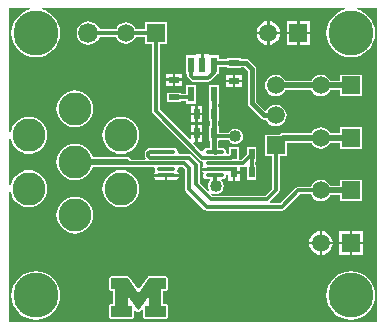
<source format=gtl>
G04 Layer_Physical_Order=1*
G04 Layer_Color=255*
%FSLAX24Y24*%
%MOIN*%
G70*
G01*
G75*
%ADD10O,0.0650X0.0118*%
%ADD11R,0.0197X0.0354*%
%ADD12R,0.0354X0.0197*%
%ADD13R,0.0217X0.0512*%
%ADD14C,0.0200*%
%ADD15C,0.0120*%
%ADD16C,0.0150*%
%ADD17C,0.1102*%
%ADD18C,0.0591*%
%ADD19R,0.0591X0.0591*%
%ADD20R,0.0591X0.0591*%
%ADD21C,0.0661*%
%ADD22C,0.0400*%
%ADD23C,0.1500*%
G36*
X12388Y112D02*
X112D01*
Y4443D01*
X162Y4445D01*
X162Y4444D01*
X197Y4329D01*
X254Y4223D01*
X330Y4130D01*
X423Y4054D01*
X530Y3997D01*
X645Y3962D01*
X765Y3950D01*
X884Y3962D01*
X1000Y3997D01*
X1106Y4054D01*
X1199Y4130D01*
X1275Y4223D01*
X1332Y4329D01*
X1367Y4444D01*
X1379Y4564D01*
X1367Y4684D01*
X1332Y4799D01*
X1275Y4905D01*
X1199Y4998D01*
X1106Y5075D01*
X1000Y5132D01*
X884Y5167D01*
X765Y5178D01*
X645Y5167D01*
X530Y5132D01*
X423Y5075D01*
X330Y4998D01*
X254Y4905D01*
X197Y4799D01*
X162Y4684D01*
X162Y4683D01*
X112Y4686D01*
Y6214D01*
X162Y6217D01*
X162Y6216D01*
X197Y6101D01*
X254Y5995D01*
X330Y5902D01*
X423Y5825D01*
X530Y5768D01*
X645Y5733D01*
X765Y5722D01*
X884Y5733D01*
X1000Y5768D01*
X1106Y5825D01*
X1199Y5902D01*
X1275Y5995D01*
X1332Y6101D01*
X1367Y6216D01*
X1379Y6336D01*
X1367Y6456D01*
X1332Y6571D01*
X1275Y6677D01*
X1199Y6770D01*
X1106Y6846D01*
X1000Y6903D01*
X884Y6938D01*
X765Y6950D01*
X645Y6938D01*
X530Y6903D01*
X423Y6846D01*
X330Y6770D01*
X254Y6677D01*
X197Y6571D01*
X162Y6456D01*
X162Y6455D01*
X112Y6457D01*
Y10588D01*
X799D01*
X807Y10538D01*
X689Y10502D01*
X548Y10427D01*
X424Y10326D01*
X323Y10202D01*
X248Y10061D01*
X202Y9909D01*
X186Y9750D01*
X202Y9591D01*
X248Y9439D01*
X323Y9298D01*
X424Y9174D01*
X548Y9073D01*
X689Y8998D01*
X841Y8952D01*
X1000Y8936D01*
X1159Y8952D01*
X1311Y8998D01*
X1452Y9073D01*
X1576Y9174D01*
X1677Y9298D01*
X1752Y9439D01*
X1798Y9591D01*
X1814Y9750D01*
X1798Y9909D01*
X1752Y10061D01*
X1677Y10202D01*
X1576Y10326D01*
X1452Y10427D01*
X1311Y10502D01*
X1193Y10538D01*
X1201Y10588D01*
X11299D01*
X11307Y10538D01*
X11189Y10502D01*
X11048Y10427D01*
X10924Y10326D01*
X10823Y10202D01*
X10748Y10061D01*
X10702Y9909D01*
X10686Y9750D01*
X10702Y9591D01*
X10748Y9439D01*
X10823Y9298D01*
X10924Y9174D01*
X11048Y9073D01*
X11189Y8998D01*
X11341Y8952D01*
X11500Y8936D01*
X11659Y8952D01*
X11811Y8998D01*
X11952Y9073D01*
X12076Y9174D01*
X12177Y9298D01*
X12252Y9439D01*
X12298Y9591D01*
X12314Y9750D01*
X12298Y9909D01*
X12252Y10061D01*
X12177Y10202D01*
X12076Y10326D01*
X11952Y10427D01*
X11811Y10502D01*
X11693Y10538D01*
X11701Y10588D01*
X12388D01*
Y112D01*
D02*
G37*
%LPC*%
G36*
X5303Y4966D02*
X4923D01*
X4927Y4944D01*
X4962Y4892D01*
X5015Y4856D01*
X5077Y4844D01*
X5303D01*
Y4966D01*
D02*
G37*
G36*
X5763D02*
X5383D01*
Y4844D01*
X5609D01*
X5671Y4856D01*
X5723Y4892D01*
X5758Y4944D01*
X5763Y4966D01*
D02*
G37*
G36*
X2300Y4292D02*
X2180Y4281D01*
X2065Y4246D01*
X1959Y4189D01*
X1866Y4113D01*
X1789Y4020D01*
X1733Y3913D01*
X1698Y3798D01*
X1686Y3678D01*
X1698Y3559D01*
X1733Y3443D01*
X1789Y3337D01*
X1866Y3244D01*
X1959Y3168D01*
X2065Y3111D01*
X2180Y3076D01*
X2300Y3064D01*
X2420Y3076D01*
X2535Y3111D01*
X2641Y3168D01*
X2734Y3244D01*
X2811Y3337D01*
X2867Y3443D01*
X2902Y3559D01*
X2914Y3678D01*
X2902Y3798D01*
X2867Y3913D01*
X2811Y4020D01*
X2734Y4113D01*
X2641Y4189D01*
X2535Y4246D01*
X2420Y4281D01*
X2300Y4292D01*
D02*
G37*
G36*
X3835Y5178D02*
X3716Y5167D01*
X3600Y5132D01*
X3494Y5075D01*
X3401Y4998D01*
X3325Y4905D01*
X3268Y4799D01*
X3233Y4684D01*
X3221Y4564D01*
X3233Y4444D01*
X3268Y4329D01*
X3325Y4223D01*
X3401Y4130D01*
X3494Y4054D01*
X3600Y3997D01*
X3716Y3962D01*
X3835Y3950D01*
X3955Y3962D01*
X4070Y3997D01*
X4177Y4054D01*
X4270Y4130D01*
X4346Y4223D01*
X4403Y4329D01*
X4438Y4444D01*
X4450Y4564D01*
X4438Y4684D01*
X4403Y4799D01*
X4346Y4905D01*
X4270Y4998D01*
X4177Y5075D01*
X4070Y5132D01*
X3955Y5167D01*
X3835Y5178D01*
D02*
G37*
G36*
X7803Y5060D02*
X7645D01*
Y4823D01*
X7803D01*
Y5060D01*
D02*
G37*
G36*
X6315Y6677D02*
X6156D01*
Y6440D01*
X6315D01*
Y6677D01*
D02*
G37*
G36*
X6553D02*
X6395D01*
Y6440D01*
X6553D01*
Y6677D01*
D02*
G37*
G36*
X2300Y7836D02*
X2180Y7824D01*
X2065Y7789D01*
X1959Y7732D01*
X1866Y7656D01*
X1789Y7563D01*
X1733Y7457D01*
X1698Y7341D01*
X1686Y7222D01*
X1698Y7102D01*
X1733Y6987D01*
X1789Y6880D01*
X1866Y6787D01*
X1959Y6711D01*
X2065Y6654D01*
X2180Y6619D01*
X2300Y6608D01*
X2420Y6619D01*
X2535Y6654D01*
X2641Y6711D01*
X2734Y6787D01*
X2811Y6880D01*
X2867Y6987D01*
X2902Y7102D01*
X2914Y7222D01*
X2902Y7341D01*
X2867Y7457D01*
X2811Y7563D01*
X2734Y7656D01*
X2641Y7732D01*
X2535Y7789D01*
X2420Y7824D01*
X2300Y7836D01*
D02*
G37*
G36*
X3835Y6950D02*
X3716Y6938D01*
X3600Y6903D01*
X3494Y6846D01*
X3401Y6770D01*
X3325Y6677D01*
X3268Y6571D01*
X3233Y6456D01*
X3221Y6336D01*
X3233Y6216D01*
X3268Y6101D01*
X3325Y5995D01*
X3401Y5902D01*
X3494Y5825D01*
X3600Y5768D01*
X3716Y5733D01*
X3835Y5722D01*
X3955Y5733D01*
X4070Y5768D01*
X4177Y5825D01*
X4270Y5902D01*
X4346Y5995D01*
X4403Y6101D01*
X4438Y6216D01*
X4450Y6336D01*
X4438Y6456D01*
X4403Y6571D01*
X4346Y6677D01*
X4270Y6770D01*
X4177Y6846D01*
X4070Y6903D01*
X3955Y6938D01*
X3835Y6950D01*
D02*
G37*
G36*
X2750Y10144D02*
X2648Y10131D01*
X2553Y10091D01*
X2471Y10029D01*
X2409Y9947D01*
X2369Y9852D01*
X2356Y9750D01*
X2369Y9648D01*
X2409Y9553D01*
X2471Y9471D01*
X2553Y9409D01*
X2648Y9369D01*
X2750Y9356D01*
X2852Y9369D01*
X2947Y9409D01*
X3029Y9471D01*
X3091Y9553D01*
X3122Y9628D01*
X3666D01*
X3690Y9571D01*
X3747Y9497D01*
X3821Y9440D01*
X3907Y9404D01*
X4000Y9392D01*
X4093Y9404D01*
X4179Y9440D01*
X4253Y9497D01*
X4310Y9571D01*
X4334Y9628D01*
X4645D01*
Y9395D01*
X4878D01*
Y7150D01*
X4887Y7103D01*
X4913Y7063D01*
X6467Y5510D01*
X6506Y5484D01*
X6540Y5477D01*
X6548Y5471D01*
X6565Y5448D01*
X6575Y5425D01*
X6570Y5400D01*
X6579Y5354D01*
X6595Y5330D01*
X6577Y5318D01*
X6542Y5265D01*
X6537Y5243D01*
X6957D01*
Y5163D01*
X6537D01*
X6542Y5141D01*
X6577Y5088D01*
X6595Y5076D01*
X6579Y5053D01*
X6570Y5006D01*
X6579Y4960D01*
X6605Y4920D01*
X6645Y4894D01*
X6691Y4885D01*
X6797D01*
X6814Y4837D01*
X6814Y4835D01*
X6773Y4781D01*
X6747Y4718D01*
X6738Y4650D01*
X6747Y4582D01*
X6773Y4519D01*
X6733Y4490D01*
X6472Y4751D01*
Y5350D01*
X6463Y5397D01*
X6437Y5437D01*
X6190Y5683D01*
X6150Y5710D01*
X6103Y5719D01*
X5758D01*
X5725Y5769D01*
X5730Y5794D01*
X5721Y5840D01*
X5694Y5880D01*
X5655Y5906D01*
X5609Y5915D01*
X5348D01*
X5343Y5916D01*
X4794D01*
X4747Y5907D01*
X4707Y5880D01*
X4663Y5837D01*
X4637Y5797D01*
X4628Y5750D01*
Y5650D01*
X4637Y5603D01*
X4658Y5572D01*
X4642Y5522D01*
X4194D01*
X4165Y5565D01*
X4112Y5601D01*
X4050Y5613D01*
X2889D01*
X2867Y5685D01*
X2811Y5791D01*
X2734Y5884D01*
X2641Y5961D01*
X2535Y6017D01*
X2420Y6052D01*
X2300Y6064D01*
X2180Y6052D01*
X2065Y6017D01*
X1959Y5961D01*
X1866Y5884D01*
X1789Y5791D01*
X1733Y5685D01*
X1698Y5570D01*
X1686Y5450D01*
X1698Y5330D01*
X1733Y5215D01*
X1789Y5109D01*
X1866Y5016D01*
X1959Y4939D01*
X2065Y4883D01*
X2180Y4848D01*
X2300Y4836D01*
X2420Y4848D01*
X2535Y4883D01*
X2641Y4939D01*
X2734Y5016D01*
X2811Y5109D01*
X2867Y5215D01*
X2889Y5287D01*
X4050D01*
X4053Y5287D01*
X4053Y5287D01*
X4100Y5278D01*
X4928D01*
X4961Y5228D01*
X4956Y5203D01*
X4965Y5157D01*
X4981Y5133D01*
X4962Y5121D01*
X4927Y5068D01*
X4923Y5046D01*
X5343D01*
X5763D01*
X5758Y5068D01*
X5723Y5121D01*
X5705Y5133D01*
X5721Y5157D01*
X5730Y5203D01*
X5725Y5228D01*
X5758Y5278D01*
X5899D01*
X5978Y5199D01*
Y4550D01*
X5987Y4503D01*
X6013Y4463D01*
X6613Y3863D01*
X6653Y3837D01*
X6700Y3828D01*
X9200D01*
X9247Y3837D01*
X9287Y3863D01*
X9801Y4378D01*
X10166D01*
X10190Y4321D01*
X10247Y4247D01*
X10321Y4190D01*
X10407Y4154D01*
X10500Y4142D01*
X10593Y4154D01*
X10679Y4190D01*
X10753Y4247D01*
X10810Y4321D01*
X10817Y4337D01*
X11145D01*
Y4145D01*
X11855D01*
Y4855D01*
X11145D01*
Y4663D01*
X10817D01*
X10810Y4679D01*
X10753Y4753D01*
X10679Y4810D01*
X10593Y4846D01*
X10500Y4858D01*
X10407Y4846D01*
X10321Y4810D01*
X10247Y4753D01*
X10190Y4679D01*
X10166Y4622D01*
X9750D01*
X9703Y4613D01*
X9663Y4587D01*
X9149Y4072D01*
X8815D01*
X8804Y4088D01*
X8795Y4122D01*
X9087Y4413D01*
X9113Y4453D01*
X9122Y4500D01*
Y5645D01*
X9355D01*
Y6087D01*
X10183D01*
X10190Y6071D01*
X10247Y5997D01*
X10321Y5940D01*
X10407Y5904D01*
X10500Y5892D01*
X10593Y5904D01*
X10679Y5940D01*
X10753Y5997D01*
X10810Y6071D01*
X10817Y6087D01*
X11145D01*
Y5895D01*
X11855D01*
Y6605D01*
X11145D01*
Y6413D01*
X10817D01*
X10810Y6429D01*
X10753Y6503D01*
X10679Y6560D01*
X10593Y6596D01*
X10500Y6608D01*
X10407Y6596D01*
X10321Y6560D01*
X10247Y6503D01*
X10190Y6429D01*
X10183Y6413D01*
X9250D01*
X9188Y6401D01*
X9135Y6365D01*
X9125Y6355D01*
X8645D01*
Y5645D01*
X8878D01*
Y4551D01*
X8649Y4322D01*
X6901D01*
X6840Y4383D01*
X6869Y4423D01*
X6932Y4397D01*
X7000Y4388D01*
X7068Y4397D01*
X7131Y4423D01*
X7185Y4465D01*
X7227Y4519D01*
X7253Y4582D01*
X7262Y4650D01*
X7253Y4718D01*
X7227Y4781D01*
X7186Y4835D01*
X7186Y4837D01*
X7203Y4885D01*
X7223D01*
X7269Y4894D01*
X7309Y4920D01*
X7335Y4960D01*
X7344Y5006D01*
X7344Y5008D01*
X7383Y5049D01*
X7406Y5042D01*
Y4823D01*
X7565D01*
Y5100D01*
X7605D01*
Y5140D01*
X7803D01*
Y5278D01*
X7895D01*
X7942Y5287D01*
X7982Y5313D01*
X7987Y5319D01*
X8037Y5298D01*
Y4863D01*
X8354D01*
Y5337D01*
X8318D01*
Y5463D01*
X8354D01*
Y5937D01*
X8037D01*
Y5715D01*
X7845Y5522D01*
X7763D01*
Y5937D01*
X7446D01*
Y5719D01*
X7372D01*
X7339Y5769D01*
X7344Y5794D01*
X7335Y5840D01*
X7309Y5880D01*
X7269Y5906D01*
X7223Y5915D01*
X7083D01*
Y6163D01*
X7104D01*
Y6178D01*
X7419D01*
X7423Y6169D01*
X7465Y6115D01*
X7519Y6073D01*
X7582Y6047D01*
X7650Y6038D01*
X7718Y6047D01*
X7781Y6073D01*
X7835Y6115D01*
X7877Y6169D01*
X7903Y6232D01*
X7912Y6300D01*
X7903Y6368D01*
X7877Y6431D01*
X7835Y6485D01*
X7781Y6527D01*
X7718Y6553D01*
X7650Y6562D01*
X7582Y6553D01*
X7519Y6527D01*
X7465Y6485D01*
X7423Y6431D01*
X7419Y6422D01*
X7104D01*
Y6637D01*
X7083D01*
Y6813D01*
X7104D01*
Y7287D01*
X7062D01*
Y7392D01*
X7092D01*
Y8024D01*
X6756D01*
Y7392D01*
X6786D01*
Y7071D01*
X6787Y7069D01*
Y6813D01*
X6808D01*
Y6637D01*
X6787D01*
Y6163D01*
X6808D01*
Y5915D01*
X6691D01*
X6645Y5906D01*
X6605Y5880D01*
X6579Y5840D01*
X6575Y5819D01*
X6521Y5802D01*
X6246Y6077D01*
X6266Y6123D01*
X6315D01*
Y6360D01*
X6156D01*
Y6232D01*
X6110Y6213D01*
X5122Y7201D01*
Y9395D01*
X5355D01*
Y10105D01*
X4645D01*
Y9872D01*
X4334D01*
X4310Y9929D01*
X4253Y10003D01*
X4179Y10060D01*
X4093Y10096D01*
X4000Y10108D01*
X3907Y10096D01*
X3821Y10060D01*
X3747Y10003D01*
X3690Y9929D01*
X3666Y9872D01*
X3122D01*
X3091Y9947D01*
X3029Y10029D01*
X2947Y10091D01*
X2852Y10131D01*
X2750Y10144D01*
D02*
G37*
G36*
X6553Y6360D02*
X6395D01*
Y6123D01*
X6553D01*
Y6360D01*
D02*
G37*
G36*
X11460Y2710D02*
X11105D01*
Y2355D01*
X11460D01*
Y2710D01*
D02*
G37*
G36*
X11895D02*
X11540D01*
Y2355D01*
X11895D01*
Y2710D01*
D02*
G37*
G36*
X5325Y1647D02*
X4777D01*
X4772Y1645D01*
X4767Y1646D01*
X4750Y1636D01*
X4731Y1628D01*
X4729Y1623D01*
X4725Y1620D01*
X4442Y1229D01*
X4392D01*
X4109Y1620D01*
X4104Y1623D01*
X4102Y1628D01*
X4084Y1636D01*
X4067Y1646D01*
X4061Y1645D01*
X4056Y1647D01*
X3508D01*
X3462Y1628D01*
X3443Y1582D01*
Y1213D01*
X3462Y1167D01*
X3508Y1148D01*
X3578D01*
Y721D01*
X3508D01*
X3462Y702D01*
X3443Y656D01*
Y287D01*
X3462Y241D01*
X3508Y222D01*
X4200D01*
X4246Y241D01*
X4265Y287D01*
Y508D01*
X4313Y524D01*
X4349Y472D01*
X4354Y469D01*
X4356Y464D01*
X4375Y456D01*
X4391Y446D01*
X4397Y447D01*
X4402Y445D01*
X4426D01*
X4431Y447D01*
X4436Y446D01*
X4453Y456D01*
X4472Y464D01*
X4474Y469D01*
X4478Y472D01*
X4521Y531D01*
X4569Y515D01*
Y287D01*
X4588Y241D01*
X4634Y222D01*
X5325D01*
X5371Y241D01*
X5390Y287D01*
Y656D01*
X5371Y702D01*
X5325Y721D01*
X5250D01*
Y1148D01*
X5325D01*
X5371Y1167D01*
X5390Y1213D01*
Y1582D01*
X5371Y1628D01*
X5325Y1647D01*
D02*
G37*
G36*
X1000Y1814D02*
X841Y1798D01*
X689Y1752D01*
X548Y1677D01*
X424Y1576D01*
X323Y1452D01*
X248Y1311D01*
X202Y1159D01*
X186Y1000D01*
X202Y841D01*
X248Y689D01*
X323Y548D01*
X424Y424D01*
X548Y323D01*
X689Y248D01*
X841Y202D01*
X1000Y186D01*
X1159Y202D01*
X1311Y248D01*
X1452Y323D01*
X1576Y424D01*
X1677Y548D01*
X1752Y689D01*
X1798Y841D01*
X1814Y1000D01*
X1798Y1159D01*
X1752Y1311D01*
X1677Y1452D01*
X1576Y1576D01*
X1452Y1677D01*
X1311Y1752D01*
X1159Y1798D01*
X1000Y1814D01*
D02*
G37*
G36*
X11500D02*
X11341Y1798D01*
X11189Y1752D01*
X11048Y1677D01*
X10924Y1576D01*
X10823Y1452D01*
X10748Y1311D01*
X10702Y1159D01*
X10686Y1000D01*
X10702Y841D01*
X10748Y689D01*
X10823Y548D01*
X10924Y424D01*
X11048Y323D01*
X11189Y248D01*
X11341Y202D01*
X11500Y186D01*
X11659Y202D01*
X11811Y248D01*
X11952Y323D01*
X12076Y424D01*
X12177Y548D01*
X12252Y689D01*
X12298Y841D01*
X12314Y1000D01*
X12298Y1159D01*
X12252Y1311D01*
X12177Y1452D01*
X12076Y1576D01*
X11952Y1677D01*
X11811Y1752D01*
X11659Y1798D01*
X11500Y1814D01*
D02*
G37*
G36*
X10460Y2710D02*
X10107D01*
X10115Y2647D01*
X10155Y2551D01*
X10218Y2468D01*
X10301Y2405D01*
X10397Y2365D01*
X10460Y2357D01*
Y2710D01*
D02*
G37*
G36*
X11895Y3145D02*
X11540D01*
Y2790D01*
X11895D01*
Y3145D01*
D02*
G37*
G36*
X10540Y3143D02*
Y2790D01*
X10893D01*
X10885Y2853D01*
X10845Y2949D01*
X10782Y3032D01*
X10699Y3095D01*
X10603Y3135D01*
X10540Y3143D01*
D02*
G37*
G36*
X10460D02*
X10397Y3135D01*
X10301Y3095D01*
X10218Y3032D01*
X10155Y2949D01*
X10115Y2853D01*
X10107Y2790D01*
X10460D01*
Y3143D01*
D02*
G37*
G36*
X10893Y2710D02*
X10540D01*
Y2357D01*
X10603Y2365D01*
X10699Y2405D01*
X10782Y2468D01*
X10845Y2551D01*
X10885Y2647D01*
X10893Y2710D01*
D02*
G37*
G36*
X11460Y3145D02*
X11105D01*
Y2790D01*
X11460D01*
Y3145D01*
D02*
G37*
G36*
X6315Y7010D02*
X6156D01*
Y6773D01*
X6315D01*
Y7010D01*
D02*
G37*
G36*
X9710Y9710D02*
X9355D01*
Y9355D01*
X9710D01*
Y9710D01*
D02*
G37*
G36*
X10145D02*
X9790D01*
Y9355D01*
X10145D01*
Y9710D01*
D02*
G37*
G36*
X6758Y9048D02*
X6590D01*
Y8692D01*
X6510D01*
Y9048D01*
X6342D01*
Y9008D01*
X6008D01*
Y8376D01*
X6054D01*
Y8324D01*
X6063Y8277D01*
X6089Y8238D01*
X6163Y8163D01*
X6203Y8137D01*
X6250Y8128D01*
X6750D01*
X6797Y8137D01*
X6837Y8163D01*
X7011Y8338D01*
X7036Y8376D01*
X7092D01*
Y8623D01*
X7363D01*
Y8587D01*
X7837D01*
Y8608D01*
X7948D01*
X8062Y8493D01*
Y7400D01*
X8073Y7347D01*
X8103Y7303D01*
X8503Y6903D01*
X8503Y6903D01*
X8547Y6873D01*
X8600Y6862D01*
X8672D01*
X8690Y6821D01*
X8747Y6747D01*
X8821Y6690D01*
X8907Y6654D01*
X9000Y6642D01*
X9093Y6654D01*
X9179Y6690D01*
X9253Y6747D01*
X9310Y6821D01*
X9346Y6907D01*
X9358Y7000D01*
X9346Y7093D01*
X9310Y7179D01*
X9253Y7253D01*
X9179Y7310D01*
X9093Y7346D01*
X9000Y7358D01*
X8907Y7346D01*
X8821Y7310D01*
X8747Y7253D01*
X8690Y7179D01*
X8689Y7177D01*
X8630Y7165D01*
X8338Y7457D01*
Y8550D01*
X8327Y8603D01*
X8297Y8647D01*
X8102Y8843D01*
X8057Y8872D01*
X8005Y8883D01*
X7837D01*
Y8904D01*
X7363D01*
Y8868D01*
X7092D01*
Y9008D01*
X6758D01*
Y9048D01*
D02*
G37*
G36*
X5560Y8394D02*
X5323D01*
Y8235D01*
X5560D01*
Y8394D01*
D02*
G37*
G36*
X5877D02*
X5640D01*
Y8235D01*
X5877D01*
Y8394D01*
D02*
G37*
G36*
X8710Y9710D02*
X8357D01*
X8365Y9647D01*
X8405Y9551D01*
X8468Y9468D01*
X8551Y9405D01*
X8647Y9365D01*
X8710Y9357D01*
Y9710D01*
D02*
G37*
G36*
X8790Y10143D02*
Y9790D01*
X9143D01*
X9135Y9853D01*
X9095Y9949D01*
X9032Y10032D01*
X8949Y10095D01*
X8853Y10135D01*
X8790Y10143D01*
D02*
G37*
G36*
X10145Y10145D02*
X9790D01*
Y9790D01*
X10145D01*
Y10145D01*
D02*
G37*
G36*
X8710Y10143D02*
X8647Y10135D01*
X8551Y10095D01*
X8468Y10032D01*
X8405Y9949D01*
X8365Y9853D01*
X8357Y9790D01*
X8710D01*
Y10143D01*
D02*
G37*
G36*
X9143Y9710D02*
X8790D01*
Y9357D01*
X8853Y9365D01*
X8949Y9405D01*
X9032Y9468D01*
X9095Y9551D01*
X9135Y9647D01*
X9143Y9710D01*
D02*
G37*
G36*
X9710Y10145D02*
X9355D01*
Y9790D01*
X9710D01*
Y10145D01*
D02*
G37*
G36*
X6344Y8024D02*
X6008D01*
Y7727D01*
X5837D01*
Y7763D01*
X5363D01*
Y7446D01*
X5837D01*
Y7482D01*
X6008D01*
Y7392D01*
X6344D01*
Y8024D01*
D02*
G37*
G36*
X7560Y8115D02*
X7323D01*
Y7956D01*
X7560D01*
Y8115D01*
D02*
G37*
G36*
X6553Y7327D02*
X6395D01*
Y7090D01*
X6553D01*
Y7327D01*
D02*
G37*
G36*
Y7010D02*
X6395D01*
Y6773D01*
X6553D01*
Y7010D01*
D02*
G37*
G36*
X6315Y7327D02*
X6156D01*
Y7090D01*
X6315D01*
Y7327D01*
D02*
G37*
G36*
X7877Y8115D02*
X7640D01*
Y7956D01*
X7877D01*
Y8115D01*
D02*
G37*
G36*
X7560Y8353D02*
X7323D01*
Y8195D01*
X7560D01*
Y8353D01*
D02*
G37*
G36*
X7877D02*
X7640D01*
Y8195D01*
X7877D01*
Y8353D01*
D02*
G37*
G36*
X10500Y8358D02*
X10407Y8346D01*
X10321Y8310D01*
X10247Y8253D01*
X10190Y8179D01*
X10183Y8163D01*
X9317D01*
X9310Y8179D01*
X9253Y8253D01*
X9179Y8310D01*
X9093Y8346D01*
X9000Y8358D01*
X8907Y8346D01*
X8821Y8310D01*
X8747Y8253D01*
X8690Y8179D01*
X8654Y8093D01*
X8642Y8000D01*
X8654Y7907D01*
X8690Y7821D01*
X8747Y7747D01*
X8821Y7690D01*
X8907Y7654D01*
X9000Y7642D01*
X9093Y7654D01*
X9179Y7690D01*
X9253Y7747D01*
X9310Y7821D01*
X9317Y7837D01*
X10183D01*
X10190Y7821D01*
X10247Y7747D01*
X10321Y7690D01*
X10407Y7654D01*
X10500Y7642D01*
X10593Y7654D01*
X10679Y7690D01*
X10753Y7747D01*
X10810Y7821D01*
X10817Y7837D01*
X11145D01*
Y7645D01*
X11855D01*
Y8355D01*
X11145D01*
Y8163D01*
X10817D01*
X10810Y8179D01*
X10753Y8253D01*
X10679Y8310D01*
X10593Y8346D01*
X10500Y8358D01*
D02*
G37*
G36*
X5560Y8155D02*
X5323D01*
Y7997D01*
X5560D01*
Y8155D01*
D02*
G37*
G36*
X5877D02*
X5640D01*
Y7997D01*
X5877D01*
Y8155D01*
D02*
G37*
%LPD*%
G36*
X5325Y1213D02*
X5185D01*
Y656D01*
X5325D01*
Y287D01*
X4634D01*
Y656D01*
X4774D01*
Y990D01*
X4426Y510D01*
X4402D01*
X4059Y990D01*
Y656D01*
X4200D01*
Y287D01*
X3508D01*
Y656D01*
X3643D01*
Y1213D01*
X3508D01*
Y1582D01*
X4056D01*
X4408Y1096D01*
X4426D01*
X4777Y1582D01*
X5325D01*
Y1213D01*
D02*
G37*
D10*
X5343Y5794D02*
D03*
Y5597D02*
D03*
Y5400D02*
D03*
Y5203D02*
D03*
Y5006D02*
D03*
X6957Y5794D02*
D03*
Y5597D02*
D03*
Y5400D02*
D03*
Y5203D02*
D03*
Y5006D02*
D03*
D11*
X8195Y5100D02*
D03*
X7605D02*
D03*
X8195Y5700D02*
D03*
X7605D02*
D03*
X6355Y6400D02*
D03*
X6945D02*
D03*
X6355Y7050D02*
D03*
X6945D02*
D03*
D12*
X5600Y8195D02*
D03*
Y7605D02*
D03*
X7600Y8155D02*
D03*
Y8745D02*
D03*
D13*
X6924Y7708D02*
D03*
X6176D02*
D03*
Y8692D02*
D03*
X6550D02*
D03*
X6924D02*
D03*
D14*
X10500Y4500D02*
X11500D01*
X9000Y6000D02*
X9250Y6250D01*
X10500D01*
X11500D01*
X9000Y8000D02*
X10500D01*
X11500D01*
X2300Y5450D02*
X4050D01*
D15*
X2750Y9750D02*
X4000D01*
X5000D01*
X4050Y5450D02*
X4100Y5400D01*
X5343D01*
X9750Y4500D02*
X10500D01*
X9200Y3950D02*
X9750Y4500D01*
X6700Y3950D02*
X9200D01*
X6100Y4550D02*
X6700Y3950D01*
X6100Y4550D02*
Y5250D01*
X5950Y5400D02*
X6100Y5250D01*
X5343Y5400D02*
X5950D01*
X6945Y6400D02*
X7045Y6300D01*
X7650D01*
X6957Y4693D02*
X7000Y4650D01*
X6957Y4693D02*
Y5006D01*
X6850Y4200D02*
X8700D01*
X9000Y4500D01*
Y6000D01*
X6350Y4700D02*
X6850Y4200D01*
X6350Y4700D02*
Y5350D01*
X6103Y5597D02*
X6350Y5350D01*
X5343Y5597D02*
X6103D01*
X6553D02*
X6957D01*
X5000Y7150D02*
X6553Y5597D01*
X4750Y5650D02*
Y5750D01*
Y5650D02*
X4803Y5597D01*
X5343D01*
X4750Y5750D02*
X4794Y5794D01*
X5343D01*
X5000Y7150D02*
Y9750D01*
X6073Y7605D02*
X6176Y7708D01*
X5600Y7605D02*
X6073D01*
X6977Y8745D02*
X7600D01*
X6924Y8692D02*
X6977Y8745D01*
X6924Y8424D02*
Y8692D01*
X6750Y8250D02*
X6924Y8424D01*
X6250Y8250D02*
X6750D01*
X6176Y8324D02*
X6250Y8250D01*
X6176Y8324D02*
Y8692D01*
X8195Y5100D02*
Y5700D01*
X7502Y5203D02*
X7605Y5100D01*
X6957Y5203D02*
X7502D01*
X7895Y5400D02*
X8195Y5700D01*
X6957Y5400D02*
X7895D01*
X7502Y5597D02*
X7605Y5700D01*
X6957Y5597D02*
X7502D01*
D16*
X8600Y7000D02*
X9000D01*
X8200Y7400D02*
X8600Y7000D01*
X8200Y7400D02*
Y8550D01*
X8005Y8745D02*
X8200Y8550D01*
X7600Y8745D02*
X8005D01*
X6945Y5806D02*
X6957Y5794D01*
X6945Y5806D02*
Y6400D01*
Y7050D01*
X6924Y7071D02*
X6945Y7050D01*
X6924Y7071D02*
Y7708D01*
D17*
X2300Y5450D02*
D03*
X3835Y4564D02*
D03*
Y6336D02*
D03*
X2300Y7222D02*
D03*
X765Y6336D02*
D03*
Y4564D02*
D03*
X2300Y3678D02*
D03*
D18*
X10500Y4500D02*
D03*
Y2750D02*
D03*
X8750Y9750D02*
D03*
X4000D02*
D03*
X10500Y8000D02*
D03*
X9000D02*
D03*
Y7000D02*
D03*
X10500Y6250D02*
D03*
D19*
X11500Y4500D02*
D03*
Y2750D02*
D03*
X9750Y9750D02*
D03*
X5000D02*
D03*
X11500Y8000D02*
D03*
Y6250D02*
D03*
D20*
X9000Y6000D02*
D03*
D21*
X2750Y9750D02*
D03*
D22*
X7650Y6300D02*
D03*
X7000Y4650D02*
D03*
D23*
X11500Y1000D02*
D03*
Y9750D02*
D03*
X1000D02*
D03*
Y1000D02*
D03*
M02*

</source>
